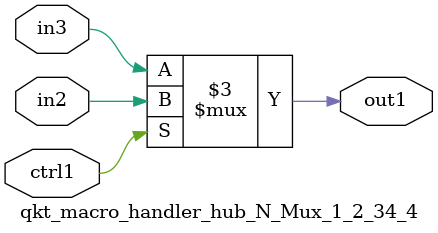
<source format=v>

`timescale 1ps / 1ps


module qkt_macro_handler_hub_N_Mux_1_2_34_4( in3, in2, ctrl1, out1 );

    input in3;
    input in2;
    input ctrl1;
    output out1;
    reg out1;

    
    // rtl_process:qkt_macro_handler_hub_N_Mux_1_2_34_4/qkt_macro_handler_hub_N_Mux_1_2_34_4_thread_1
    always @*
      begin : qkt_macro_handler_hub_N_Mux_1_2_34_4_thread_1
        case (ctrl1) 
          1'b1: 
            begin
              out1 = in2;
            end
          default: 
            begin
              out1 = in3;
            end
        endcase
      end

endmodule





</source>
